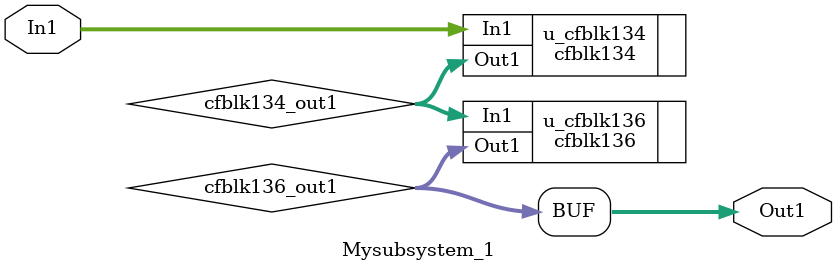
<source format=v>



`timescale 1 ns / 1 ns

module Mysubsystem_1
          (In1,
           Out1);


  input   [7:0] In1;  // uint8
  output  [7:0] Out1;  // uint8


  wire [7:0] cfblk134_out1;  // uint8
  wire [7:0] cfblk136_out1;  // uint8


  cfblk134 u_cfblk134 (.In1(In1),  // uint8
                       .Out1(cfblk134_out1)  // uint8
                       );

  cfblk136 u_cfblk136 (.In1(cfblk134_out1),  // uint8
                       .Out1(cfblk136_out1)  // uint8
                       );

  assign Out1 = cfblk136_out1;

endmodule  // Mysubsystem_1


</source>
